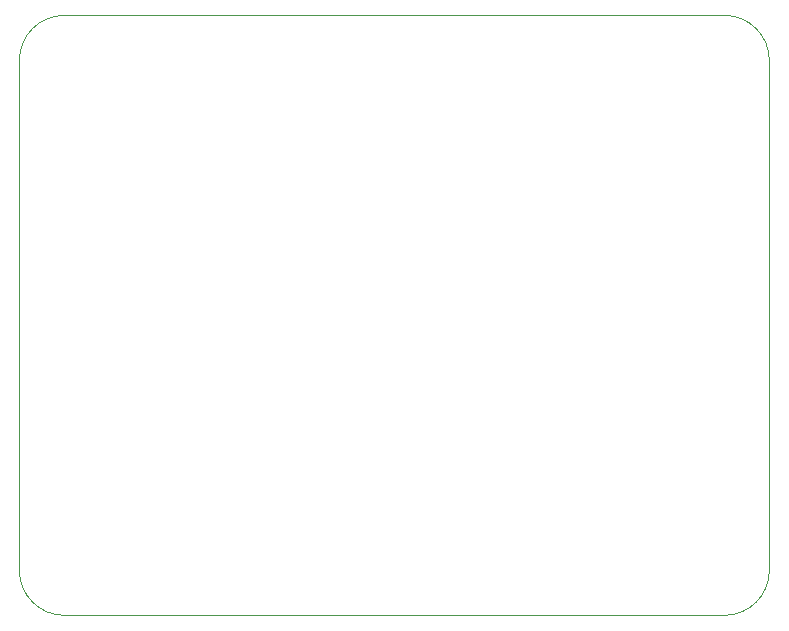
<source format=gbr>
%TF.GenerationSoftware,KiCad,Pcbnew,9.0.4*%
%TF.CreationDate,2026-02-02T09:46:52-05:00*%
%TF.ProjectId,destinationWeatherStation_v4-5,64657374-696e-4617-9469-6f6e57656174,03*%
%TF.SameCoordinates,PX6bcb370PY43d3480*%
%TF.FileFunction,Profile,NP*%
%FSLAX46Y46*%
G04 Gerber Fmt 4.6, Leading zero omitted, Abs format (unit mm)*
G04 Created by KiCad (PCBNEW 9.0.4) date 2026-02-02 09:46:52*
%MOMM*%
%LPD*%
G01*
G04 APERTURE LIST*
%TA.AperFunction,Profile*%
%ADD10C,0.100000*%
%TD*%
G04 APERTURE END LIST*
D10*
X59690000Y0D02*
X3810000Y0D01*
X0Y-3810000D02*
G75*
G02*
X3810000Y0I3810000J0D01*
G01*
X0Y-46990000D02*
X0Y-3810000D01*
X3810000Y-50800000D02*
G75*
G02*
X0Y-46990000I0J3810000D01*
G01*
X59690000Y-50800000D02*
X3810000Y-50800000D01*
X63500000Y-46990000D02*
X63500000Y-3810000D01*
X59690000Y0D02*
G75*
G02*
X63500000Y-3810000I0J-3810000D01*
G01*
X63500000Y-46990000D02*
G75*
G02*
X59690000Y-50800000I-3810000J0D01*
G01*
M02*

</source>
